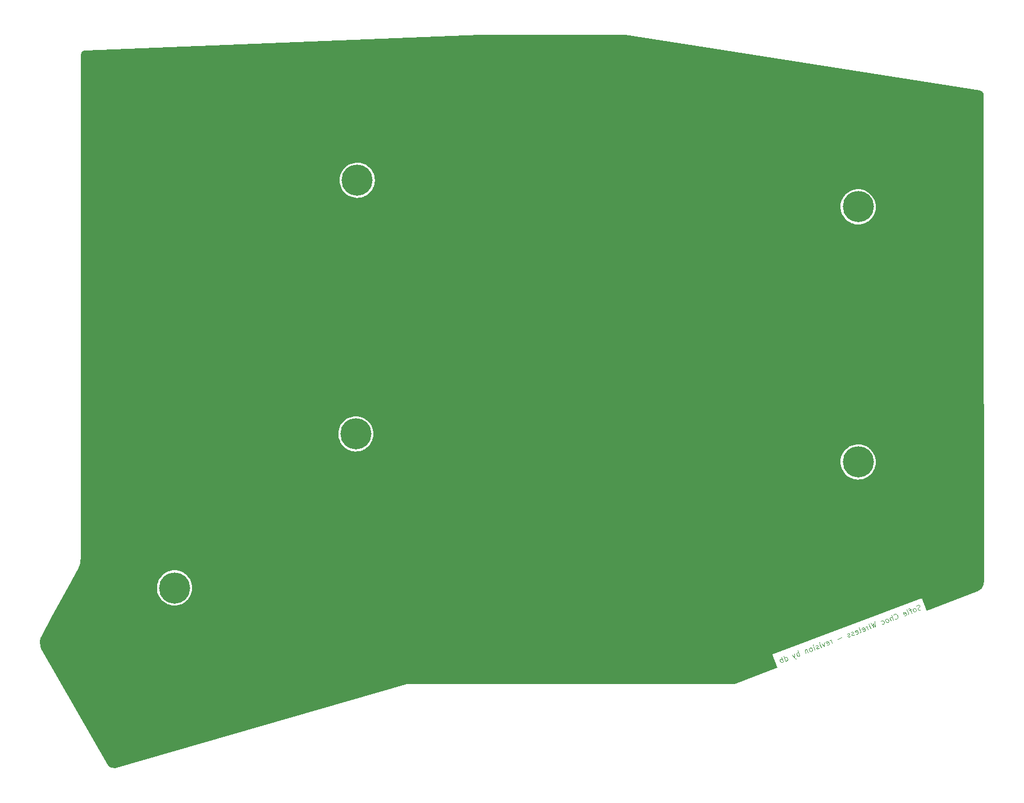
<source format=gbr>
G04 #@! TF.GenerationSoftware,KiCad,Pcbnew,(6.0.5)*
G04 #@! TF.CreationDate,2022-12-06T20:46:01-06:00*
G04 #@! TF.ProjectId,SofleKeyboardBottomPlate,536f666c-654b-4657-9962-6f617264426f,rev?*
G04 #@! TF.SameCoordinates,Original*
G04 #@! TF.FileFunction,Copper,L2,Bot*
G04 #@! TF.FilePolarity,Positive*
%FSLAX46Y46*%
G04 Gerber Fmt 4.6, Leading zero omitted, Abs format (unit mm)*
G04 Created by KiCad (PCBNEW (6.0.5)) date 2022-12-06 20:46:01*
%MOMM*%
%LPD*%
G01*
G04 APERTURE LIST*
%ADD10C,0.100000*%
G04 #@! TA.AperFunction,NonConductor*
%ADD11C,0.100000*%
G04 #@! TD*
G04 #@! TA.AperFunction,ComponentPad*
%ADD12C,4.700000*%
G04 #@! TD*
G04 APERTURE END LIST*
D10*
D11*
X215565871Y-122229923D02*
X215472562Y-122306119D01*
X215294500Y-122373759D01*
X215209747Y-122365202D01*
X215160607Y-122343118D01*
X215097939Y-122285421D01*
X215070883Y-122214196D01*
X215079440Y-122129443D01*
X215101524Y-122080303D01*
X215159221Y-122017635D01*
X215288143Y-121927911D01*
X215345840Y-121865243D01*
X215367924Y-121816102D01*
X215376481Y-121731350D01*
X215349425Y-121660125D01*
X215286757Y-121602428D01*
X215237617Y-121580343D01*
X215152864Y-121571787D01*
X214974802Y-121639426D01*
X214881493Y-121715622D01*
X214724701Y-122590205D02*
X214782398Y-122527537D01*
X214804483Y-122478396D01*
X214813040Y-122393644D01*
X214731872Y-122179969D01*
X214669204Y-122122272D01*
X214620064Y-122100188D01*
X214535311Y-122091631D01*
X214428474Y-122132215D01*
X214370777Y-122194883D01*
X214348692Y-122244023D01*
X214340136Y-122328776D01*
X214421303Y-122542451D01*
X214483971Y-122600147D01*
X214533112Y-122622232D01*
X214617864Y-122630789D01*
X214724701Y-122590205D01*
X214072350Y-122267494D02*
X213787451Y-122375717D01*
X214154903Y-122806651D02*
X213911401Y-122165628D01*
X213848733Y-122107931D01*
X213763980Y-122099374D01*
X213692755Y-122126430D01*
X213620717Y-123009569D02*
X213678414Y-122946901D01*
X213686970Y-122862148D01*
X213443468Y-122221125D01*
X213037390Y-123190403D02*
X213122143Y-123198960D01*
X213264593Y-123144848D01*
X213322290Y-123082180D01*
X213330846Y-122997427D01*
X213222623Y-122712528D01*
X213159955Y-122654831D01*
X213075202Y-122646275D01*
X212932753Y-122700386D01*
X212875056Y-122763054D01*
X212866499Y-122847807D01*
X212893555Y-122919032D01*
X213276735Y-122854978D01*
X211670591Y-123668850D02*
X211719731Y-123690935D01*
X211840096Y-123685964D01*
X211911321Y-123658908D01*
X212004631Y-123582712D01*
X212048800Y-123484431D01*
X212057356Y-123399678D01*
X212038857Y-123243701D01*
X211998274Y-123136864D01*
X211908550Y-123007942D01*
X211845881Y-122950245D01*
X211747601Y-122906076D01*
X211627236Y-122911047D01*
X211556011Y-122938103D01*
X211462702Y-123014299D01*
X211440617Y-123063439D01*
X211377135Y-123861826D02*
X211093050Y-123113966D01*
X211056624Y-123983577D02*
X210907817Y-123591841D01*
X210916373Y-123507088D01*
X210974070Y-123444420D01*
X211080908Y-123403836D01*
X211165660Y-123412393D01*
X211214801Y-123434477D01*
X210593662Y-124159440D02*
X210651359Y-124096771D01*
X210673444Y-124047631D01*
X210682000Y-123962878D01*
X210600833Y-123749204D01*
X210538165Y-123691507D01*
X210489025Y-123669422D01*
X210404272Y-123660866D01*
X210297435Y-123701449D01*
X210239738Y-123764118D01*
X210217653Y-123813258D01*
X210209097Y-123898011D01*
X210290264Y-124111685D01*
X210352932Y-124169382D01*
X210402072Y-124191467D01*
X210486825Y-124200023D01*
X210593662Y-124159440D01*
X209689824Y-124462024D02*
X209774577Y-124470581D01*
X209917027Y-124416469D01*
X209974723Y-124353801D01*
X209996808Y-124304661D01*
X210005365Y-124219908D01*
X209924197Y-124006234D01*
X209861529Y-123948537D01*
X209812389Y-123926452D01*
X209727636Y-123917896D01*
X209585187Y-123972007D01*
X209527490Y-124034675D01*
X208600181Y-124060917D02*
X208706205Y-124876417D01*
X208360837Y-124396343D01*
X208421305Y-124984640D01*
X207959158Y-124304419D01*
X207958344Y-125160503D02*
X207768954Y-124661929D01*
X207674259Y-124412642D02*
X207723399Y-124434727D01*
X207701314Y-124483867D01*
X207652174Y-124461783D01*
X207674259Y-124412642D01*
X207701314Y-124483867D01*
X207602220Y-125295782D02*
X207412830Y-124797208D01*
X207466941Y-124939658D02*
X207404273Y-124881961D01*
X207355133Y-124859876D01*
X207270380Y-124851320D01*
X207199155Y-124878375D01*
X206840832Y-125544255D02*
X206925584Y-125552812D01*
X207068034Y-125498700D01*
X207125731Y-125436032D01*
X207134288Y-125351279D01*
X207026064Y-125066380D01*
X206963396Y-125008683D01*
X206878644Y-125000126D01*
X206736194Y-125054238D01*
X206678497Y-125116906D01*
X206669940Y-125201659D01*
X206696996Y-125272884D01*
X207080176Y-125208830D01*
X206391398Y-125755730D02*
X206449095Y-125693062D01*
X206457652Y-125608309D01*
X206214150Y-124967286D01*
X205808072Y-125936564D02*
X205892825Y-125945120D01*
X206035274Y-125891009D01*
X206092971Y-125828341D01*
X206101528Y-125743588D01*
X205993305Y-125458689D01*
X205930637Y-125400992D01*
X205845884Y-125392435D01*
X205703434Y-125446547D01*
X205645737Y-125509215D01*
X205637181Y-125593967D01*
X205664236Y-125665192D01*
X206047416Y-125601138D01*
X205487560Y-126058315D02*
X205429863Y-126120983D01*
X205287414Y-126175094D01*
X205202661Y-126166538D01*
X205139993Y-126108841D01*
X205126465Y-126073228D01*
X205135022Y-125988476D01*
X205192718Y-125925807D01*
X205299556Y-125885224D01*
X205357253Y-125822556D01*
X205365809Y-125737803D01*
X205352281Y-125702191D01*
X205289613Y-125644494D01*
X205204860Y-125635937D01*
X205098023Y-125676521D01*
X205040326Y-125739189D01*
X204882149Y-126288289D02*
X204824452Y-126350957D01*
X204682003Y-126405068D01*
X204597250Y-126396512D01*
X204534582Y-126338815D01*
X204521054Y-126303202D01*
X204529611Y-126218450D01*
X204587308Y-126155781D01*
X204694145Y-126115198D01*
X204751842Y-126052530D01*
X204760398Y-125967777D01*
X204746870Y-125932165D01*
X204684202Y-125874468D01*
X204599450Y-125865911D01*
X204492612Y-125906495D01*
X204434915Y-125969163D01*
X203576632Y-126498950D02*
X203006834Y-126715396D01*
X202189134Y-127352020D02*
X201999744Y-126853447D01*
X202053855Y-126995896D02*
X201991187Y-126938199D01*
X201942047Y-126916115D01*
X201857294Y-126907558D01*
X201786069Y-126934614D01*
X201427746Y-127600493D02*
X201512499Y-127609050D01*
X201654948Y-127554938D01*
X201712645Y-127492270D01*
X201721202Y-127407518D01*
X201612979Y-127122618D01*
X201550310Y-127064921D01*
X201465558Y-127056365D01*
X201323108Y-127110476D01*
X201265411Y-127173145D01*
X201256855Y-127257897D01*
X201283910Y-127329122D01*
X201667090Y-127265068D01*
X200966984Y-127245755D02*
X200978312Y-127811968D01*
X200610860Y-127381034D01*
X200515351Y-127987831D02*
X200325961Y-127489257D01*
X200231266Y-127239970D02*
X200280406Y-127262055D01*
X200258321Y-127311195D01*
X200209181Y-127289111D01*
X200231266Y-127239970D01*
X200258321Y-127311195D01*
X200181312Y-128073969D02*
X200123615Y-128136638D01*
X199981165Y-128190749D01*
X199896412Y-128182192D01*
X199833744Y-128124495D01*
X199820216Y-128088883D01*
X199828773Y-128004130D01*
X199886470Y-127941462D01*
X199993307Y-127900879D01*
X200051004Y-127838210D01*
X200059561Y-127753458D01*
X200046033Y-127717845D01*
X199983365Y-127660148D01*
X199898612Y-127651592D01*
X199791775Y-127692175D01*
X199734078Y-127754844D01*
X199553816Y-128353084D02*
X199364426Y-127854510D01*
X199269731Y-127605223D02*
X199318871Y-127627308D01*
X199296786Y-127676448D01*
X199247646Y-127654363D01*
X199269731Y-127605223D01*
X199296786Y-127676448D01*
X199090855Y-128528946D02*
X199148552Y-128466278D01*
X199170636Y-128417138D01*
X199179193Y-128332385D01*
X199098026Y-128118711D01*
X199035357Y-128061014D01*
X198986217Y-128038929D01*
X198901465Y-128030372D01*
X198794627Y-128070956D01*
X198736930Y-128133624D01*
X198714846Y-128182765D01*
X198706289Y-128267517D01*
X198787457Y-128481192D01*
X198850125Y-128538889D01*
X198899265Y-128560973D01*
X198984018Y-128569530D01*
X199090855Y-128528946D01*
X198331666Y-128246819D02*
X198521056Y-128745392D01*
X198358722Y-128318043D02*
X198309581Y-128295959D01*
X198224829Y-128287402D01*
X198117992Y-128327986D01*
X198060295Y-128390654D01*
X198051738Y-128475407D01*
X198200545Y-128867143D01*
X197274622Y-129218868D02*
X196990537Y-128471008D01*
X197098760Y-128755907D02*
X197014007Y-128747350D01*
X196871557Y-128801462D01*
X196813860Y-128864130D01*
X196791776Y-128913270D01*
X196783219Y-128998023D01*
X196864387Y-129211697D01*
X196927055Y-129269394D01*
X196976195Y-129291479D01*
X197060948Y-129300036D01*
X197203397Y-129245924D01*
X197261094Y-129183256D01*
X196479821Y-128950269D02*
X196491149Y-129516482D01*
X196123697Y-129085547D02*
X196491149Y-129516482D01*
X196630013Y-129667488D01*
X196679154Y-129689572D01*
X196763906Y-129698129D01*
X195137878Y-130030541D02*
X194853792Y-129282681D01*
X195124350Y-129994929D02*
X195209103Y-130003486D01*
X195351552Y-129949374D01*
X195409249Y-129886706D01*
X195431334Y-129837566D01*
X195439890Y-129752813D01*
X195358723Y-129539138D01*
X195296055Y-129481441D01*
X195246914Y-129459357D01*
X195162162Y-129450800D01*
X195019712Y-129504912D01*
X194962015Y-129567580D01*
X194781754Y-130165820D02*
X194497668Y-129417960D01*
X194605891Y-129702859D02*
X194521138Y-129694302D01*
X194378689Y-129748414D01*
X194320992Y-129811082D01*
X194298907Y-129860222D01*
X194290351Y-129944975D01*
X194371518Y-130158649D01*
X194434186Y-130216346D01*
X194483327Y-130238431D01*
X194568079Y-130246987D01*
X194710529Y-130192876D01*
X194768226Y-130130208D01*
D12*
X206097200Y-61503600D03*
X130555000Y-57495000D03*
X206097200Y-100003600D03*
X130355000Y-95775000D03*
X103000000Y-119000000D03*
G04 #@! TA.AperFunction,NonConductor*
G36*
X171017089Y-35513640D02*
G01*
X182949515Y-37396316D01*
X224463867Y-43946374D01*
X224475480Y-43948771D01*
X224592981Y-43978853D01*
X224614234Y-43986376D01*
X224696281Y-44023985D01*
X224715529Y-44034950D01*
X224788901Y-44085781D01*
X224805697Y-44099716D01*
X224869121Y-44162370D01*
X224883196Y-44178904D01*
X224934940Y-44251543D01*
X224946007Y-44270333D01*
X224984488Y-44350887D01*
X224992247Y-44371654D01*
X225016270Y-44458645D01*
X225020301Y-44480806D01*
X225031318Y-44602300D01*
X225031380Y-44602987D01*
X225031895Y-44614300D01*
X225041410Y-64143776D01*
X225067676Y-118054454D01*
X225066184Y-118073849D01*
X225063884Y-118088661D01*
X225062507Y-118097530D01*
X225064583Y-118113360D01*
X225065365Y-118138257D01*
X225054574Y-118297491D01*
X225052257Y-118314457D01*
X225021034Y-118465528D01*
X225014705Y-118496151D01*
X225010103Y-118512660D01*
X224948239Y-118687583D01*
X224941438Y-118703315D01*
X224856410Y-118868218D01*
X224847547Y-118882867D01*
X224766848Y-118997789D01*
X224740920Y-119034713D01*
X224730145Y-119048030D01*
X224603894Y-119184005D01*
X224591415Y-119195732D01*
X224447883Y-119313310D01*
X224433932Y-119323233D01*
X224304031Y-119402910D01*
X224284793Y-119411941D01*
X224280093Y-119414328D01*
X224271596Y-119417216D01*
X224265180Y-119421721D01*
X224255998Y-119425796D01*
X216521040Y-122386808D01*
X216450271Y-122392481D01*
X216387668Y-122358993D01*
X216358206Y-122313878D01*
X215685975Y-120544217D01*
X215685974Y-120544215D01*
X215679541Y-120527281D01*
X215666880Y-120532091D01*
X215666877Y-120532091D01*
X193213608Y-129061288D01*
X193213606Y-129061289D01*
X193196672Y-129067722D01*
X193201482Y-129080384D01*
X193201482Y-129080385D01*
X193897523Y-130912724D01*
X193903015Y-130983508D01*
X193869366Y-131046025D01*
X193824782Y-131075140D01*
X189428875Y-132757933D01*
X187524950Y-133486773D01*
X187479904Y-133495100D01*
X138301952Y-133495100D01*
X138282073Y-133493522D01*
X138276978Y-133492708D01*
X138259647Y-133489939D01*
X138221842Y-133494729D01*
X138218093Y-133495100D01*
X138214815Y-133495100D01*
X138210383Y-133495735D01*
X138210379Y-133495735D01*
X138195452Y-133497873D01*
X138184330Y-133499466D01*
X138182345Y-133499734D01*
X138174441Y-133500736D01*
X138153453Y-133503395D01*
X138153450Y-133503396D01*
X138148617Y-133504008D01*
X138145453Y-133504920D01*
X138141818Y-133505554D01*
X138133939Y-133506682D01*
X138116028Y-133509247D01*
X138116026Y-133509248D01*
X138107141Y-133510520D01*
X138082898Y-133521543D01*
X138065630Y-133527917D01*
X93999298Y-146223812D01*
X93941875Y-146226705D01*
X93582527Y-146161369D01*
X93565222Y-146156935D01*
X93275914Y-146060498D01*
X93233759Y-146036630D01*
X93060749Y-145888336D01*
X93033559Y-145855547D01*
X82874598Y-128213644D01*
X82863102Y-128186973D01*
X82753314Y-127821013D01*
X82748435Y-127795271D01*
X82706135Y-127287672D01*
X82705700Y-127277208D01*
X82705700Y-126966426D01*
X82708147Y-126941715D01*
X82745810Y-126753400D01*
X82777185Y-126596524D01*
X82789848Y-126561407D01*
X82932848Y-126296365D01*
X84500727Y-123390382D01*
X86884494Y-118972194D01*
X100344801Y-118972194D01*
X100344990Y-118975986D01*
X100354302Y-119163034D01*
X100360691Y-119291382D01*
X100361332Y-119295113D01*
X100361333Y-119295121D01*
X100382872Y-119420468D01*
X100414812Y-119606350D01*
X100415900Y-119609989D01*
X100415901Y-119609992D01*
X100421894Y-119630029D01*
X100506381Y-119912535D01*
X100507894Y-119916006D01*
X100507896Y-119916012D01*
X100555368Y-120024929D01*
X100634070Y-120205501D01*
X100796031Y-120481006D01*
X100798332Y-120484021D01*
X100987617Y-120732044D01*
X100987622Y-120732049D01*
X100989917Y-120735057D01*
X101212920Y-120963976D01*
X101281408Y-121019140D01*
X101458856Y-121162068D01*
X101458861Y-121162072D01*
X101461809Y-121164446D01*
X101732979Y-121333563D01*
X102022502Y-121468877D01*
X102026112Y-121470060D01*
X102026116Y-121470062D01*
X102208863Y-121529970D01*
X102326185Y-121568430D01*
X102639628Y-121630777D01*
X102643400Y-121631064D01*
X102643408Y-121631065D01*
X102954515Y-121654730D01*
X102954520Y-121654730D01*
X102958292Y-121655017D01*
X103277559Y-121640799D01*
X103281297Y-121640177D01*
X103281305Y-121640176D01*
X103589072Y-121588949D01*
X103589080Y-121588947D01*
X103592806Y-121588327D01*
X103899466Y-121498363D01*
X104193097Y-121372209D01*
X104196375Y-121370305D01*
X104196381Y-121370302D01*
X104357126Y-121276933D01*
X104469445Y-121211693D01*
X104724509Y-121019140D01*
X104954592Y-120797339D01*
X105005298Y-120735057D01*
X105153965Y-120552447D01*
X105156362Y-120549503D01*
X105326897Y-120279222D01*
X105463725Y-119990411D01*
X105488547Y-119916012D01*
X105563669Y-119690841D01*
X105564866Y-119687254D01*
X105628854Y-119374141D01*
X105654763Y-119055609D01*
X105655345Y-119000000D01*
X105653898Y-118975986D01*
X105636341Y-118684773D01*
X105636341Y-118684769D01*
X105636113Y-118680995D01*
X105578697Y-118366611D01*
X105557233Y-118297484D01*
X105500058Y-118113353D01*
X105483927Y-118061402D01*
X105353176Y-117769789D01*
X105188339Y-117495996D01*
X105186012Y-117493012D01*
X105186007Y-117493005D01*
X104994140Y-117246984D01*
X104994138Y-117246981D01*
X104991804Y-117243989D01*
X104766416Y-117017418D01*
X104635725Y-116914390D01*
X104518419Y-116821913D01*
X104518412Y-116821908D01*
X104515441Y-116819566D01*
X104242515Y-116653297D01*
X103951591Y-116521022D01*
X103646882Y-116424655D01*
X103507342Y-116398415D01*
X103336527Y-116366293D01*
X103336522Y-116366292D01*
X103332803Y-116365593D01*
X103013903Y-116344691D01*
X103010124Y-116344899D01*
X103010122Y-116344899D01*
X102913214Y-116350232D01*
X102694802Y-116362253D01*
X102691075Y-116362914D01*
X102691071Y-116362914D01*
X102437324Y-116407884D01*
X102380122Y-116418022D01*
X102376497Y-116419127D01*
X102376492Y-116419128D01*
X102138656Y-116491616D01*
X102074421Y-116511193D01*
X101782127Y-116640415D01*
X101507475Y-116803816D01*
X101504474Y-116806132D01*
X101504470Y-116806134D01*
X101257445Y-116996712D01*
X101254442Y-116999029D01*
X101026694Y-117223227D01*
X100827530Y-117473163D01*
X100659835Y-117745215D01*
X100526038Y-118035443D01*
X100428078Y-118339643D01*
X100427359Y-118343359D01*
X100427357Y-118343367D01*
X100422860Y-118366611D01*
X100367372Y-118653408D01*
X100367105Y-118657184D01*
X100367104Y-118657189D01*
X100345069Y-118968405D01*
X100344801Y-118972194D01*
X86884494Y-118972194D01*
X88510839Y-115957847D01*
X88513022Y-115954339D01*
X88515773Y-115951449D01*
X88547460Y-115890017D01*
X88548551Y-115887949D01*
X88559927Y-115866864D01*
X88562057Y-115862917D01*
X88563291Y-115859563D01*
X88564734Y-115856575D01*
X88564845Y-115856312D01*
X88567078Y-115851983D01*
X88576098Y-115824923D01*
X88577381Y-115821264D01*
X88596512Y-115769264D01*
X88596513Y-115769262D01*
X88599613Y-115760834D01*
X88600051Y-115754400D01*
X88602048Y-115747073D01*
X88756663Y-115283229D01*
X88760739Y-115272621D01*
X88763223Y-115266937D01*
X88767946Y-115259306D01*
X88783165Y-115204260D01*
X88785072Y-115198003D01*
X88789735Y-115184014D01*
X88791152Y-115179762D01*
X88791952Y-115175352D01*
X88791955Y-115175341D01*
X88792458Y-115172570D01*
X88794987Y-115161501D01*
X88796470Y-115156135D01*
X88797770Y-115151435D01*
X88798332Y-115146584D01*
X88799912Y-115132945D01*
X88801099Y-115124945D01*
X88810573Y-115072737D01*
X88809632Y-115063804D01*
X88809966Y-115054838D01*
X88810352Y-115054852D01*
X88810416Y-115042206D01*
X88876034Y-114475458D01*
X88876696Y-114470577D01*
X88880208Y-114448026D01*
X88880208Y-114448024D01*
X88880957Y-114443215D01*
X88880957Y-114438339D01*
X88881010Y-114437654D01*
X88881080Y-114434499D01*
X88881267Y-114430260D01*
X88881782Y-114425813D01*
X88881003Y-114396947D01*
X88880957Y-114393549D01*
X88880988Y-99975794D01*
X203442001Y-99975794D01*
X203457891Y-100294982D01*
X203458532Y-100298713D01*
X203458533Y-100298721D01*
X203471461Y-100373954D01*
X203512012Y-100609950D01*
X203603581Y-100916135D01*
X203605094Y-100919606D01*
X203605096Y-100919612D01*
X203692461Y-101120059D01*
X203731270Y-101209101D01*
X203893231Y-101484606D01*
X203895532Y-101487621D01*
X204084817Y-101735644D01*
X204084822Y-101735649D01*
X204087117Y-101738657D01*
X204310120Y-101967576D01*
X204378608Y-102022740D01*
X204556056Y-102165668D01*
X204556061Y-102165672D01*
X204559009Y-102168046D01*
X204830179Y-102337163D01*
X205119702Y-102472477D01*
X205123312Y-102473660D01*
X205123316Y-102473662D01*
X205306063Y-102533570D01*
X205423385Y-102572030D01*
X205736828Y-102634377D01*
X205740600Y-102634664D01*
X205740608Y-102634665D01*
X206051715Y-102658330D01*
X206051720Y-102658330D01*
X206055492Y-102658617D01*
X206374759Y-102644399D01*
X206378497Y-102643777D01*
X206378505Y-102643776D01*
X206686272Y-102592549D01*
X206686280Y-102592547D01*
X206690006Y-102591927D01*
X206996666Y-102501963D01*
X207290297Y-102375809D01*
X207293575Y-102373905D01*
X207293581Y-102373902D01*
X207454326Y-102280533D01*
X207566645Y-102215293D01*
X207821709Y-102022740D01*
X208051792Y-101800939D01*
X208102498Y-101738657D01*
X208251165Y-101556047D01*
X208253562Y-101553103D01*
X208424097Y-101282822D01*
X208560925Y-100994011D01*
X208585747Y-100919612D01*
X208660869Y-100694441D01*
X208662066Y-100690854D01*
X208726054Y-100377741D01*
X208751963Y-100059209D01*
X208752545Y-100003600D01*
X208751098Y-99979586D01*
X208733541Y-99688373D01*
X208733541Y-99688369D01*
X208733313Y-99684595D01*
X208675897Y-99370211D01*
X208581127Y-99065002D01*
X208450376Y-98773389D01*
X208285539Y-98499596D01*
X208283212Y-98496612D01*
X208283207Y-98496605D01*
X208091340Y-98250584D01*
X208091338Y-98250581D01*
X208089004Y-98247589D01*
X207863616Y-98021018D01*
X207732925Y-97917990D01*
X207615619Y-97825513D01*
X207615612Y-97825508D01*
X207612641Y-97823166D01*
X207568747Y-97796425D01*
X207469979Y-97736255D01*
X207339715Y-97656897D01*
X207048791Y-97524622D01*
X206744082Y-97428255D01*
X206604542Y-97402015D01*
X206433727Y-97369893D01*
X206433722Y-97369892D01*
X206430003Y-97369193D01*
X206111103Y-97348291D01*
X206107324Y-97348499D01*
X206107322Y-97348499D01*
X206010414Y-97353832D01*
X205792002Y-97365853D01*
X205788275Y-97366514D01*
X205788271Y-97366514D01*
X205534524Y-97411484D01*
X205477322Y-97421622D01*
X205473697Y-97422727D01*
X205473692Y-97422728D01*
X205235856Y-97495216D01*
X205171621Y-97514793D01*
X204879327Y-97644015D01*
X204604675Y-97807416D01*
X204601674Y-97809732D01*
X204601670Y-97809734D01*
X204354645Y-98000312D01*
X204351642Y-98002629D01*
X204123894Y-98226827D01*
X203924730Y-98476763D01*
X203757035Y-98748815D01*
X203623238Y-99039043D01*
X203525278Y-99343243D01*
X203524559Y-99346959D01*
X203524557Y-99346967D01*
X203520060Y-99370211D01*
X203464572Y-99657008D01*
X203464305Y-99660784D01*
X203464304Y-99660789D01*
X203462351Y-99688373D01*
X203442001Y-99975794D01*
X88880988Y-99975794D01*
X88880997Y-95747194D01*
X127699801Y-95747194D01*
X127715691Y-96066382D01*
X127716332Y-96070113D01*
X127716333Y-96070121D01*
X127729261Y-96145354D01*
X127769812Y-96381350D01*
X127861381Y-96687535D01*
X127862894Y-96691006D01*
X127862896Y-96691012D01*
X127950261Y-96891459D01*
X127989070Y-96980501D01*
X128151031Y-97256006D01*
X128153332Y-97259021D01*
X128342617Y-97507044D01*
X128342622Y-97507049D01*
X128344917Y-97510057D01*
X128567920Y-97738976D01*
X128672444Y-97823166D01*
X128813856Y-97937068D01*
X128813861Y-97937072D01*
X128816809Y-97939446D01*
X129087979Y-98108563D01*
X129377502Y-98243877D01*
X129381112Y-98245060D01*
X129381116Y-98245062D01*
X129563863Y-98304970D01*
X129681185Y-98343430D01*
X129994628Y-98405777D01*
X129998400Y-98406064D01*
X129998408Y-98406065D01*
X130309515Y-98429730D01*
X130309520Y-98429730D01*
X130313292Y-98430017D01*
X130632559Y-98415799D01*
X130636297Y-98415177D01*
X130636305Y-98415176D01*
X130944072Y-98363949D01*
X130944080Y-98363947D01*
X130947806Y-98363327D01*
X131254466Y-98273363D01*
X131548097Y-98147209D01*
X131551375Y-98145305D01*
X131551381Y-98145302D01*
X131769384Y-98018675D01*
X131824445Y-97986693D01*
X132079509Y-97794140D01*
X132309592Y-97572339D01*
X132360298Y-97510057D01*
X132474979Y-97369193D01*
X132511362Y-97324503D01*
X132681897Y-97054222D01*
X132818725Y-96765411D01*
X132843547Y-96691012D01*
X132918669Y-96465841D01*
X132919866Y-96462254D01*
X132983854Y-96149141D01*
X133009763Y-95830609D01*
X133010345Y-95775000D01*
X133008898Y-95750986D01*
X132991341Y-95459773D01*
X132991341Y-95459769D01*
X132991113Y-95455995D01*
X132933697Y-95141611D01*
X132838927Y-94836402D01*
X132708176Y-94544789D01*
X132543339Y-94270996D01*
X132541012Y-94268012D01*
X132541007Y-94268005D01*
X132349140Y-94021984D01*
X132349138Y-94021981D01*
X132346804Y-94018989D01*
X132121416Y-93792418D01*
X131990725Y-93689390D01*
X131873419Y-93596913D01*
X131873412Y-93596908D01*
X131870441Y-93594566D01*
X131597515Y-93428297D01*
X131306591Y-93296022D01*
X131001882Y-93199655D01*
X130862342Y-93173415D01*
X130691527Y-93141293D01*
X130691522Y-93141292D01*
X130687803Y-93140593D01*
X130368903Y-93119691D01*
X130365124Y-93119899D01*
X130365122Y-93119899D01*
X130268214Y-93125232D01*
X130049802Y-93137253D01*
X130046075Y-93137914D01*
X130046071Y-93137914D01*
X129792324Y-93182884D01*
X129735122Y-93193022D01*
X129731497Y-93194127D01*
X129731492Y-93194128D01*
X129493656Y-93266616D01*
X129429421Y-93286193D01*
X129137127Y-93415415D01*
X128862475Y-93578816D01*
X128859474Y-93581132D01*
X128859470Y-93581134D01*
X128612445Y-93771712D01*
X128609442Y-93774029D01*
X128381694Y-93998227D01*
X128182530Y-94248163D01*
X128014835Y-94520215D01*
X127881038Y-94810443D01*
X127783078Y-95114643D01*
X127782359Y-95118359D01*
X127782357Y-95118367D01*
X127777860Y-95141611D01*
X127722372Y-95428408D01*
X127722105Y-95432184D01*
X127722104Y-95432189D01*
X127720151Y-95459773D01*
X127699801Y-95747194D01*
X88880997Y-95747194D01*
X88881071Y-61475794D01*
X203442001Y-61475794D01*
X203457891Y-61794982D01*
X203458532Y-61798713D01*
X203458533Y-61798721D01*
X203471461Y-61873954D01*
X203512012Y-62109950D01*
X203603581Y-62416135D01*
X203605094Y-62419606D01*
X203605096Y-62419612D01*
X203692461Y-62620059D01*
X203731270Y-62709101D01*
X203893231Y-62984606D01*
X203895532Y-62987621D01*
X204084817Y-63235644D01*
X204084822Y-63235649D01*
X204087117Y-63238657D01*
X204310120Y-63467576D01*
X204378608Y-63522740D01*
X204556056Y-63665668D01*
X204556061Y-63665672D01*
X204559009Y-63668046D01*
X204830179Y-63837163D01*
X205119702Y-63972477D01*
X205123312Y-63973660D01*
X205123316Y-63973662D01*
X205306063Y-64033570D01*
X205423385Y-64072030D01*
X205736828Y-64134377D01*
X205740600Y-64134664D01*
X205740608Y-64134665D01*
X206051715Y-64158330D01*
X206051720Y-64158330D01*
X206055492Y-64158617D01*
X206374759Y-64144399D01*
X206378497Y-64143777D01*
X206378505Y-64143776D01*
X206686272Y-64092549D01*
X206686280Y-64092547D01*
X206690006Y-64091927D01*
X206996666Y-64001963D01*
X207290297Y-63875809D01*
X207293575Y-63873905D01*
X207293581Y-63873902D01*
X207454326Y-63780533D01*
X207566645Y-63715293D01*
X207821709Y-63522740D01*
X208051792Y-63300939D01*
X208102498Y-63238657D01*
X208251165Y-63056047D01*
X208253562Y-63053103D01*
X208424097Y-62782822D01*
X208560925Y-62494011D01*
X208585747Y-62419612D01*
X208660869Y-62194441D01*
X208662066Y-62190854D01*
X208726054Y-61877741D01*
X208751963Y-61559209D01*
X208752545Y-61503600D01*
X208751098Y-61479586D01*
X208733541Y-61188373D01*
X208733541Y-61188369D01*
X208733313Y-61184595D01*
X208675897Y-60870211D01*
X208581127Y-60565002D01*
X208450376Y-60273389D01*
X208285539Y-59999596D01*
X208283212Y-59996612D01*
X208283207Y-59996605D01*
X208091340Y-59750584D01*
X208091338Y-59750581D01*
X208089004Y-59747589D01*
X207863616Y-59521018D01*
X207732925Y-59417990D01*
X207615619Y-59325513D01*
X207615612Y-59325508D01*
X207612641Y-59323166D01*
X207339715Y-59156897D01*
X207048791Y-59024622D01*
X206744082Y-58928255D01*
X206604542Y-58902015D01*
X206433727Y-58869893D01*
X206433722Y-58869892D01*
X206430003Y-58869193D01*
X206111103Y-58848291D01*
X206107324Y-58848499D01*
X206107322Y-58848499D01*
X206010414Y-58853832D01*
X205792002Y-58865853D01*
X205788275Y-58866514D01*
X205788271Y-58866514D01*
X205534524Y-58911484D01*
X205477322Y-58921622D01*
X205473697Y-58922727D01*
X205473692Y-58922728D01*
X205235856Y-58995216D01*
X205171621Y-59014793D01*
X204879327Y-59144015D01*
X204604675Y-59307416D01*
X204601674Y-59309732D01*
X204601670Y-59309734D01*
X204405137Y-59461358D01*
X204351642Y-59502629D01*
X204348944Y-59505285D01*
X204142411Y-59708599D01*
X204123894Y-59726827D01*
X203924730Y-59976763D01*
X203757035Y-60248815D01*
X203623238Y-60539043D01*
X203525278Y-60843243D01*
X203524559Y-60846959D01*
X203524557Y-60846967D01*
X203520060Y-60870211D01*
X203464572Y-61157008D01*
X203464305Y-61160784D01*
X203464304Y-61160789D01*
X203462351Y-61188373D01*
X203442001Y-61475794D01*
X88881071Y-61475794D01*
X88881080Y-57467194D01*
X127899801Y-57467194D01*
X127915691Y-57786382D01*
X127916332Y-57790113D01*
X127916333Y-57790121D01*
X127929261Y-57865354D01*
X127969812Y-58101350D01*
X128061381Y-58407535D01*
X128062894Y-58411006D01*
X128062896Y-58411012D01*
X128150261Y-58611459D01*
X128189070Y-58700501D01*
X128351031Y-58976006D01*
X128353332Y-58979021D01*
X128542617Y-59227044D01*
X128542622Y-59227049D01*
X128544917Y-59230057D01*
X128767920Y-59458976D01*
X128836408Y-59514140D01*
X129013856Y-59657068D01*
X129013861Y-59657072D01*
X129016809Y-59659446D01*
X129287979Y-59828563D01*
X129577502Y-59963877D01*
X129581112Y-59965060D01*
X129581116Y-59965062D01*
X129763863Y-60024970D01*
X129881185Y-60063430D01*
X130194628Y-60125777D01*
X130198400Y-60126064D01*
X130198408Y-60126065D01*
X130509515Y-60149730D01*
X130509520Y-60149730D01*
X130513292Y-60150017D01*
X130832559Y-60135799D01*
X130836297Y-60135177D01*
X130836305Y-60135176D01*
X131144072Y-60083949D01*
X131144080Y-60083947D01*
X131147806Y-60083327D01*
X131454466Y-59993363D01*
X131748097Y-59867209D01*
X131751375Y-59865305D01*
X131751381Y-59865302D01*
X131948881Y-59750584D01*
X132024445Y-59706693D01*
X132279509Y-59514140D01*
X132509592Y-59292339D01*
X132560298Y-59230057D01*
X132708965Y-59047447D01*
X132711362Y-59044503D01*
X132784709Y-58928255D01*
X132879875Y-58777427D01*
X132879876Y-58777424D01*
X132881897Y-58774222D01*
X133018725Y-58485411D01*
X133043547Y-58411012D01*
X133118669Y-58185841D01*
X133119866Y-58182254D01*
X133183854Y-57869141D01*
X133209763Y-57550609D01*
X133210345Y-57495000D01*
X133208898Y-57470986D01*
X133191341Y-57179773D01*
X133191341Y-57179769D01*
X133191113Y-57175995D01*
X133133697Y-56861611D01*
X133038927Y-56556402D01*
X132908176Y-56264789D01*
X132743339Y-55990996D01*
X132741012Y-55988012D01*
X132741007Y-55988005D01*
X132549140Y-55741984D01*
X132549138Y-55741981D01*
X132546804Y-55738989D01*
X132321416Y-55512418D01*
X132190725Y-55409390D01*
X132073419Y-55316913D01*
X132073412Y-55316908D01*
X132070441Y-55314566D01*
X131797515Y-55148297D01*
X131506591Y-55016022D01*
X131201882Y-54919655D01*
X131062342Y-54893415D01*
X130891527Y-54861293D01*
X130891522Y-54861292D01*
X130887803Y-54860593D01*
X130568903Y-54839691D01*
X130565124Y-54839899D01*
X130565122Y-54839899D01*
X130468214Y-54845232D01*
X130249802Y-54857253D01*
X130246075Y-54857914D01*
X130246071Y-54857914D01*
X129992324Y-54902884D01*
X129935122Y-54913022D01*
X129931497Y-54914127D01*
X129931492Y-54914128D01*
X129693656Y-54986616D01*
X129629421Y-55006193D01*
X129337127Y-55135415D01*
X129062475Y-55298816D01*
X129059474Y-55301132D01*
X129059470Y-55301134D01*
X128812445Y-55491712D01*
X128809442Y-55494029D01*
X128581694Y-55718227D01*
X128382530Y-55968163D01*
X128214835Y-56240215D01*
X128081038Y-56530443D01*
X127983078Y-56834643D01*
X127982359Y-56838359D01*
X127982357Y-56838367D01*
X127977860Y-56861611D01*
X127922372Y-57148408D01*
X127922105Y-57152184D01*
X127922104Y-57152189D01*
X127920151Y-57179773D01*
X127899801Y-57467194D01*
X88881080Y-57467194D01*
X88881121Y-38596983D01*
X88881756Y-38584348D01*
X88895557Y-38447414D01*
X88900585Y-38422699D01*
X88930264Y-38327078D01*
X88939860Y-38304325D01*
X88987035Y-38217410D01*
X89000585Y-38197328D01*
X89063553Y-38121009D01*
X89080554Y-38104008D01*
X89156866Y-38041044D01*
X89176948Y-38027494D01*
X89263874Y-37980312D01*
X89286623Y-37970716D01*
X89301488Y-37966101D01*
X89382251Y-37941029D01*
X89406962Y-37936001D01*
X89556664Y-37920907D01*
X89564197Y-37920376D01*
X149104933Y-35512203D01*
X149110024Y-35512100D01*
X170997453Y-35512100D01*
X171017089Y-35513640D01*
G37*
G04 #@! TD.AperFunction*
M02*

</source>
